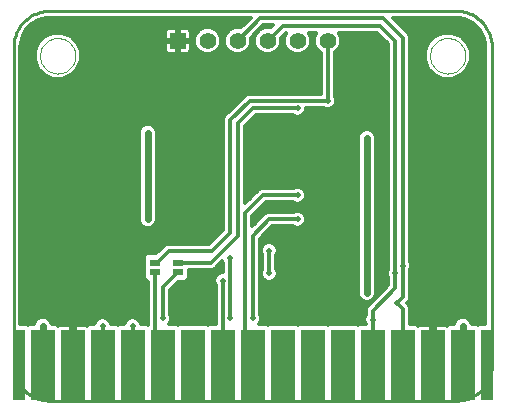
<source format=gbl>
G75*
G70*
%OFA0B0*%
%FSLAX24Y24*%
%IPPOS*%
%LPD*%
%AMOC8*
5,1,8,0,0,1.08239X$1,22.5*
%
%ADD10C,0.0100*%
%ADD11R,0.0787X0.2362*%
%ADD12R,0.0394X0.2362*%
%ADD13C,0.0000*%
%ADD14R,0.0550X0.0550*%
%ADD15C,0.0550*%
%ADD16R,0.0350X0.0240*%
%ADD17C,0.0120*%
%ADD18C,0.0200*%
%ADD19C,0.0240*%
D10*
X001547Y001364D02*
X001547Y011956D01*
X001549Y012023D01*
X001555Y012090D01*
X001564Y012157D01*
X001577Y012223D01*
X001594Y012288D01*
X001614Y012352D01*
X001638Y012415D01*
X001666Y012477D01*
X001697Y012536D01*
X001731Y012594D01*
X001768Y012650D01*
X001809Y012704D01*
X001852Y012756D01*
X001898Y012805D01*
X001947Y012851D01*
X001999Y012894D01*
X002053Y012935D01*
X002109Y012972D01*
X002167Y013006D01*
X002226Y013037D01*
X002288Y013065D01*
X002351Y013089D01*
X002415Y013109D01*
X002480Y013126D01*
X002546Y013139D01*
X002613Y013148D01*
X002680Y013154D01*
X002747Y013156D01*
X016292Y013156D01*
X016359Y013154D01*
X016426Y013148D01*
X016493Y013139D01*
X016559Y013126D01*
X016624Y013109D01*
X016688Y013089D01*
X016751Y013065D01*
X016813Y013037D01*
X016872Y013006D01*
X016930Y012972D01*
X016986Y012935D01*
X017040Y012894D01*
X017092Y012851D01*
X017141Y012805D01*
X017187Y012756D01*
X017230Y012704D01*
X017271Y012650D01*
X017308Y012594D01*
X017342Y012536D01*
X017373Y012477D01*
X017401Y012415D01*
X017425Y012352D01*
X017445Y012288D01*
X017462Y012223D01*
X017475Y012157D01*
X017484Y012090D01*
X017490Y012023D01*
X017492Y011956D01*
X017492Y001364D01*
X017490Y001297D01*
X017484Y001230D01*
X017475Y001163D01*
X017462Y001097D01*
X017445Y001032D01*
X017425Y000968D01*
X017401Y000905D01*
X017373Y000843D01*
X017342Y000784D01*
X017308Y000726D01*
X017271Y000670D01*
X017230Y000616D01*
X017187Y000564D01*
X017141Y000515D01*
X017092Y000469D01*
X017040Y000426D01*
X016986Y000385D01*
X016930Y000348D01*
X016872Y000314D01*
X016813Y000283D01*
X016751Y000255D01*
X016688Y000231D01*
X016624Y000211D01*
X016559Y000194D01*
X016493Y000181D01*
X016426Y000172D01*
X016359Y000166D01*
X016292Y000164D01*
X002747Y000164D01*
X002680Y000166D01*
X002613Y000172D01*
X002546Y000181D01*
X002480Y000194D01*
X002415Y000211D01*
X002351Y000231D01*
X002288Y000255D01*
X002226Y000283D01*
X002167Y000314D01*
X002109Y000348D01*
X002053Y000385D01*
X001999Y000426D01*
X001947Y000469D01*
X001898Y000515D01*
X001852Y000564D01*
X001809Y000616D01*
X001768Y000670D01*
X001731Y000726D01*
X001697Y000784D01*
X001666Y000843D01*
X001638Y000905D01*
X001614Y000968D01*
X001594Y001032D01*
X001577Y001097D01*
X001564Y001163D01*
X001555Y001230D01*
X001549Y001297D01*
X001547Y001364D01*
D11*
X002519Y001348D03*
X003519Y001348D03*
X004519Y001348D03*
X005519Y001348D03*
X006519Y001348D03*
X007519Y001348D03*
X008519Y001348D03*
X009519Y001348D03*
X010519Y001348D03*
X011519Y001348D03*
X012519Y001348D03*
X013519Y001348D03*
X014519Y001348D03*
X015519Y001348D03*
X016519Y001348D03*
D12*
X017314Y001348D03*
X001724Y001348D03*
D13*
X002428Y011660D02*
X002430Y011708D01*
X002436Y011756D01*
X002446Y011803D01*
X002459Y011849D01*
X002477Y011894D01*
X002497Y011938D01*
X002522Y011980D01*
X002550Y012019D01*
X002580Y012056D01*
X002614Y012090D01*
X002651Y012122D01*
X002689Y012151D01*
X002730Y012176D01*
X002773Y012198D01*
X002818Y012216D01*
X002864Y012230D01*
X002911Y012241D01*
X002959Y012248D01*
X003007Y012251D01*
X003055Y012250D01*
X003103Y012245D01*
X003151Y012236D01*
X003197Y012224D01*
X003242Y012207D01*
X003286Y012187D01*
X003328Y012164D01*
X003368Y012137D01*
X003406Y012107D01*
X003441Y012074D01*
X003473Y012038D01*
X003503Y012000D01*
X003529Y011959D01*
X003551Y011916D01*
X003571Y011872D01*
X003586Y011827D01*
X003598Y011780D01*
X003606Y011732D01*
X003610Y011684D01*
X003610Y011636D01*
X003606Y011588D01*
X003598Y011540D01*
X003586Y011493D01*
X003571Y011448D01*
X003551Y011404D01*
X003529Y011361D01*
X003503Y011320D01*
X003473Y011282D01*
X003441Y011246D01*
X003406Y011213D01*
X003368Y011183D01*
X003328Y011156D01*
X003286Y011133D01*
X003242Y011113D01*
X003197Y011096D01*
X003151Y011084D01*
X003103Y011075D01*
X003055Y011070D01*
X003007Y011069D01*
X002959Y011072D01*
X002911Y011079D01*
X002864Y011090D01*
X002818Y011104D01*
X002773Y011122D01*
X002730Y011144D01*
X002689Y011169D01*
X002651Y011198D01*
X002614Y011230D01*
X002580Y011264D01*
X002550Y011301D01*
X002522Y011340D01*
X002497Y011382D01*
X002477Y011426D01*
X002459Y011471D01*
X002446Y011517D01*
X002436Y011564D01*
X002430Y011612D01*
X002428Y011660D01*
X015428Y011660D02*
X015430Y011708D01*
X015436Y011756D01*
X015446Y011803D01*
X015459Y011849D01*
X015477Y011894D01*
X015497Y011938D01*
X015522Y011980D01*
X015550Y012019D01*
X015580Y012056D01*
X015614Y012090D01*
X015651Y012122D01*
X015689Y012151D01*
X015730Y012176D01*
X015773Y012198D01*
X015818Y012216D01*
X015864Y012230D01*
X015911Y012241D01*
X015959Y012248D01*
X016007Y012251D01*
X016055Y012250D01*
X016103Y012245D01*
X016151Y012236D01*
X016197Y012224D01*
X016242Y012207D01*
X016286Y012187D01*
X016328Y012164D01*
X016368Y012137D01*
X016406Y012107D01*
X016441Y012074D01*
X016473Y012038D01*
X016503Y012000D01*
X016529Y011959D01*
X016551Y011916D01*
X016571Y011872D01*
X016586Y011827D01*
X016598Y011780D01*
X016606Y011732D01*
X016610Y011684D01*
X016610Y011636D01*
X016606Y011588D01*
X016598Y011540D01*
X016586Y011493D01*
X016571Y011448D01*
X016551Y011404D01*
X016529Y011361D01*
X016503Y011320D01*
X016473Y011282D01*
X016441Y011246D01*
X016406Y011213D01*
X016368Y011183D01*
X016328Y011156D01*
X016286Y011133D01*
X016242Y011113D01*
X016197Y011096D01*
X016151Y011084D01*
X016103Y011075D01*
X016055Y011070D01*
X016007Y011069D01*
X015959Y011072D01*
X015911Y011079D01*
X015864Y011090D01*
X015818Y011104D01*
X015773Y011122D01*
X015730Y011144D01*
X015689Y011169D01*
X015651Y011198D01*
X015614Y011230D01*
X015580Y011264D01*
X015550Y011301D01*
X015522Y011340D01*
X015497Y011382D01*
X015477Y011426D01*
X015459Y011471D01*
X015446Y011517D01*
X015436Y011564D01*
X015430Y011612D01*
X015428Y011660D01*
D14*
X007019Y012160D03*
D15*
X008019Y012160D03*
X009019Y012160D03*
X010019Y012160D03*
X011019Y012160D03*
X012019Y012160D03*
D16*
X007019Y004760D03*
X007019Y004460D03*
X006269Y004460D03*
X006269Y004760D03*
D17*
X006319Y004760D01*
X006719Y005160D01*
X008169Y005160D01*
X008769Y005760D01*
X008769Y009510D01*
X009419Y010160D01*
X012019Y010160D01*
X012019Y012160D01*
X011596Y011993D02*
X011442Y011993D01*
X011474Y012069D02*
X011474Y012251D01*
X011405Y012418D01*
X011403Y012420D01*
X011636Y012420D01*
X011633Y012418D01*
X011564Y012251D01*
X011564Y012069D01*
X011633Y011902D01*
X011761Y011774D01*
X011779Y011767D01*
X011779Y010400D01*
X009371Y010400D01*
X009283Y010363D01*
X009216Y010296D01*
X008566Y009646D01*
X008529Y009558D01*
X008529Y005859D01*
X008070Y005400D01*
X006671Y005400D01*
X006583Y005363D01*
X006516Y005296D01*
X006310Y005090D01*
X005995Y005090D01*
X005889Y004985D01*
X005889Y004235D01*
X005995Y004130D01*
X006029Y004130D01*
X006029Y002688D01*
X006019Y002678D01*
X005987Y002709D01*
X005799Y002709D01*
X005799Y002716D01*
X005757Y002819D01*
X005678Y002897D01*
X005575Y002940D01*
X005463Y002940D01*
X005361Y002897D01*
X005282Y002819D01*
X005239Y002716D01*
X005239Y002709D01*
X005051Y002709D01*
X005019Y002678D01*
X004987Y002709D01*
X004799Y002709D01*
X004799Y002716D01*
X004757Y002819D01*
X004678Y002897D01*
X004575Y002940D01*
X004463Y002940D01*
X004361Y002897D01*
X004282Y002819D01*
X004239Y002716D01*
X004239Y002709D01*
X004051Y002709D01*
X004003Y002662D01*
X003975Y002678D01*
X003934Y002689D01*
X003579Y002689D01*
X003579Y001408D01*
X003459Y001408D01*
X003459Y002689D01*
X003104Y002689D01*
X003064Y002678D01*
X003035Y002662D01*
X002987Y002709D01*
X002819Y002709D01*
X002819Y002720D01*
X002773Y002830D01*
X002689Y002914D01*
X002579Y002960D01*
X002459Y002960D01*
X002349Y002914D01*
X002265Y002830D01*
X002219Y002720D01*
X002219Y002709D01*
X002051Y002709D01*
X002023Y002681D01*
X001995Y002709D01*
X001777Y002709D01*
X001777Y011956D01*
X001785Y012083D01*
X001851Y012327D01*
X001977Y012547D01*
X002156Y012726D01*
X002376Y012852D01*
X002620Y012918D01*
X002747Y012926D01*
X009446Y012926D01*
X009127Y012608D01*
X009110Y012615D01*
X008929Y012615D01*
X008761Y012546D01*
X008633Y012418D01*
X008564Y012251D01*
X008564Y012069D01*
X008633Y011902D01*
X008761Y011774D01*
X008929Y011705D01*
X009110Y011705D01*
X009277Y011774D01*
X009405Y011902D01*
X009474Y012069D01*
X009474Y012251D01*
X009467Y012268D01*
X009869Y012670D01*
X010190Y012670D01*
X010127Y012608D01*
X010110Y012615D01*
X009929Y012615D01*
X009761Y012546D01*
X009633Y012418D01*
X009564Y012251D01*
X009564Y012069D01*
X009633Y011902D01*
X009761Y011774D01*
X009929Y011705D01*
X010110Y011705D01*
X010277Y011774D01*
X010405Y011902D01*
X010474Y012069D01*
X010474Y012251D01*
X010467Y012268D01*
X010619Y012420D01*
X010636Y012420D01*
X010633Y012418D01*
X010564Y012251D01*
X010564Y012069D01*
X010633Y011902D01*
X010761Y011774D01*
X010929Y011705D01*
X011110Y011705D01*
X011277Y011774D01*
X011405Y011902D01*
X011474Y012069D01*
X011474Y012111D02*
X011564Y012111D01*
X011564Y012230D02*
X011474Y012230D01*
X011434Y012348D02*
X011605Y012348D01*
X011662Y011874D02*
X011377Y011874D01*
X011232Y011756D02*
X011779Y011756D01*
X011779Y011637D02*
X003790Y011637D01*
X003790Y011519D02*
X011779Y011519D01*
X011779Y011400D02*
X003745Y011400D01*
X003790Y011507D02*
X003672Y011224D01*
X003456Y011007D01*
X003172Y010889D01*
X002866Y010889D01*
X002583Y011007D01*
X002366Y011224D01*
X002249Y011507D01*
X002249Y011813D01*
X002366Y012096D01*
X002583Y012313D01*
X002866Y012431D01*
X003172Y012431D01*
X003456Y012313D01*
X003672Y012096D01*
X003790Y011813D01*
X003790Y011507D01*
X003696Y011282D02*
X011779Y011282D01*
X011779Y011163D02*
X003612Y011163D01*
X003493Y011045D02*
X011779Y011045D01*
X011779Y010926D02*
X003261Y010926D01*
X002778Y010926D02*
X001777Y010926D01*
X001777Y010808D02*
X011779Y010808D01*
X011779Y010689D02*
X001777Y010689D01*
X001777Y010571D02*
X011779Y010571D01*
X011779Y010452D02*
X001777Y010452D01*
X001777Y010334D02*
X009253Y010334D01*
X009135Y010215D02*
X001777Y010215D01*
X001777Y010097D02*
X009016Y010097D01*
X008898Y009978D02*
X001777Y009978D01*
X001777Y009860D02*
X008779Y009860D01*
X008661Y009741D02*
X001777Y009741D01*
X001777Y009623D02*
X008556Y009623D01*
X008529Y009504D02*
X001777Y009504D01*
X001777Y009386D02*
X008529Y009386D01*
X008529Y009267D02*
X006261Y009267D01*
X006273Y009255D02*
X006189Y009339D01*
X006079Y009385D01*
X005959Y009385D01*
X005849Y009339D01*
X005765Y009255D01*
X005719Y009145D01*
X005719Y006150D01*
X005765Y006040D01*
X005849Y005956D01*
X005959Y005910D01*
X006079Y005910D01*
X006189Y005956D01*
X006273Y006040D01*
X006319Y006150D01*
X006319Y009145D01*
X006273Y009255D01*
X006318Y009149D02*
X008529Y009149D01*
X008529Y009030D02*
X006319Y009030D01*
X006319Y008912D02*
X008529Y008912D01*
X008529Y008793D02*
X006319Y008793D01*
X006319Y008675D02*
X008529Y008675D01*
X008529Y008556D02*
X006319Y008556D01*
X006319Y008438D02*
X008529Y008438D01*
X008529Y008319D02*
X006319Y008319D01*
X006319Y008201D02*
X008529Y008201D01*
X008529Y008082D02*
X006319Y008082D01*
X006319Y007964D02*
X008529Y007964D01*
X008529Y007845D02*
X006319Y007845D01*
X006319Y007727D02*
X008529Y007727D01*
X008529Y007608D02*
X006319Y007608D01*
X006319Y007490D02*
X008529Y007490D01*
X008529Y007371D02*
X006319Y007371D01*
X006319Y007253D02*
X008529Y007253D01*
X008529Y007134D02*
X006319Y007134D01*
X006319Y007016D02*
X008529Y007016D01*
X008529Y006897D02*
X006319Y006897D01*
X006319Y006779D02*
X008529Y006779D01*
X008529Y006660D02*
X006319Y006660D01*
X006319Y006541D02*
X008529Y006541D01*
X008529Y006423D02*
X006319Y006423D01*
X006319Y006304D02*
X008529Y006304D01*
X008529Y006186D02*
X006319Y006186D01*
X006285Y006067D02*
X008529Y006067D01*
X008529Y005949D02*
X006173Y005949D01*
X005865Y005949D02*
X001777Y005949D01*
X001777Y006067D02*
X005753Y006067D01*
X005719Y006186D02*
X001777Y006186D01*
X001777Y006304D02*
X005719Y006304D01*
X005719Y006423D02*
X001777Y006423D01*
X001777Y006541D02*
X005719Y006541D01*
X005719Y006660D02*
X001777Y006660D01*
X001777Y006779D02*
X005719Y006779D01*
X005719Y006897D02*
X001777Y006897D01*
X001777Y007016D02*
X005719Y007016D01*
X005719Y007134D02*
X001777Y007134D01*
X001777Y007253D02*
X005719Y007253D01*
X005719Y007371D02*
X001777Y007371D01*
X001777Y007490D02*
X005719Y007490D01*
X005719Y007608D02*
X001777Y007608D01*
X001777Y007727D02*
X005719Y007727D01*
X005719Y007845D02*
X001777Y007845D01*
X001777Y007964D02*
X005719Y007964D01*
X005719Y008082D02*
X001777Y008082D01*
X001777Y008201D02*
X005719Y008201D01*
X005719Y008319D02*
X001777Y008319D01*
X001777Y008438D02*
X005719Y008438D01*
X005719Y008556D02*
X001777Y008556D01*
X001777Y008675D02*
X005719Y008675D01*
X005719Y008793D02*
X001777Y008793D01*
X001777Y008912D02*
X005719Y008912D01*
X005719Y009030D02*
X001777Y009030D01*
X001777Y009149D02*
X005721Y009149D01*
X005777Y009267D02*
X001777Y009267D01*
X001777Y011045D02*
X002545Y011045D01*
X002426Y011163D02*
X001777Y011163D01*
X001777Y011282D02*
X002342Y011282D01*
X002293Y011400D02*
X001777Y011400D01*
X001777Y011519D02*
X002249Y011519D01*
X002249Y011637D02*
X001777Y011637D01*
X001777Y011756D02*
X002249Y011756D01*
X002274Y011874D02*
X001777Y011874D01*
X001779Y011993D02*
X002323Y011993D01*
X002380Y012111D02*
X001793Y012111D01*
X001824Y012230D02*
X002499Y012230D01*
X002667Y012348D02*
X001863Y012348D01*
X001931Y012467D02*
X006587Y012467D01*
X006584Y012456D02*
X006584Y012188D01*
X006992Y012188D01*
X006992Y012595D01*
X006723Y012595D01*
X006682Y012584D01*
X006646Y012563D01*
X006616Y012533D01*
X006595Y012497D01*
X006584Y012456D01*
X006584Y012348D02*
X003372Y012348D01*
X003539Y012230D02*
X006584Y012230D01*
X006584Y012132D02*
X006584Y011864D01*
X006595Y011823D01*
X006616Y011787D01*
X006646Y011757D01*
X006682Y011736D01*
X006723Y011725D01*
X006992Y011725D01*
X006992Y012132D01*
X007047Y012132D01*
X007047Y011725D01*
X007315Y011725D01*
X007356Y011736D01*
X007392Y011757D01*
X007422Y011787D01*
X007443Y011823D01*
X007454Y011864D01*
X007454Y012132D01*
X007047Y012132D01*
X007047Y012188D01*
X006992Y012188D01*
X006992Y012132D01*
X006584Y012132D01*
X006584Y012111D02*
X003658Y012111D01*
X003715Y011993D02*
X006584Y011993D01*
X006584Y011874D02*
X003765Y011874D01*
X003790Y011756D02*
X006648Y011756D01*
X006992Y011756D02*
X007047Y011756D01*
X007047Y011874D02*
X006992Y011874D01*
X006992Y011993D02*
X007047Y011993D01*
X007047Y012111D02*
X006992Y012111D01*
X007047Y012188D02*
X007454Y012188D01*
X007454Y012456D01*
X007443Y012497D01*
X007422Y012533D01*
X007392Y012563D01*
X007356Y012584D01*
X007315Y012595D01*
X007047Y012595D01*
X007047Y012188D01*
X007047Y012230D02*
X006992Y012230D01*
X006992Y012348D02*
X007047Y012348D01*
X007047Y012467D02*
X006992Y012467D01*
X006992Y012585D02*
X007047Y012585D01*
X007352Y012585D02*
X007856Y012585D01*
X007929Y012615D02*
X007761Y012546D01*
X007633Y012418D01*
X007564Y012251D01*
X007564Y012069D01*
X007633Y011902D01*
X007761Y011774D01*
X007929Y011705D01*
X008110Y011705D01*
X008277Y011774D01*
X008405Y011902D01*
X008474Y012069D01*
X008474Y012251D01*
X008405Y012418D01*
X008277Y012546D01*
X008110Y012615D01*
X007929Y012615D01*
X008182Y012585D02*
X008856Y012585D01*
X008682Y012467D02*
X008356Y012467D01*
X008434Y012348D02*
X008605Y012348D01*
X008564Y012230D02*
X008474Y012230D01*
X008474Y012111D02*
X008564Y012111D01*
X008596Y011993D02*
X008442Y011993D01*
X008377Y011874D02*
X008662Y011874D01*
X008807Y011756D02*
X008232Y011756D01*
X007807Y011756D02*
X007390Y011756D01*
X007454Y011874D02*
X007662Y011874D01*
X007596Y011993D02*
X007454Y011993D01*
X007454Y012111D02*
X007564Y012111D01*
X007564Y012230D02*
X007454Y012230D01*
X007454Y012348D02*
X007605Y012348D01*
X007682Y012467D02*
X007451Y012467D01*
X006686Y012585D02*
X002016Y012585D01*
X002134Y012704D02*
X009223Y012704D01*
X009342Y012822D02*
X002323Y012822D01*
X009019Y012160D02*
X009769Y012910D01*
X013869Y012910D01*
X014519Y012260D01*
X014519Y004660D01*
X014519Y003610D01*
X014319Y003410D01*
X014519Y003210D01*
X014519Y001348D01*
X015459Y001408D02*
X015459Y002689D01*
X015104Y002689D01*
X015064Y002678D01*
X015035Y002662D01*
X014987Y002709D01*
X014759Y002709D01*
X014759Y003258D01*
X014723Y003346D01*
X014659Y003410D01*
X014723Y003474D01*
X014759Y003562D01*
X014759Y004508D01*
X014799Y004604D01*
X014799Y004716D01*
X014759Y004812D01*
X014759Y012212D01*
X014759Y012308D01*
X014723Y012396D01*
X014192Y012926D01*
X016292Y012926D01*
X016418Y012918D01*
X016663Y012852D01*
X016882Y012726D01*
X017061Y012547D01*
X017188Y012327D01*
X017253Y012083D01*
X017262Y011956D01*
X017262Y002709D01*
X017043Y002709D01*
X017015Y002681D01*
X016987Y002709D01*
X016819Y002709D01*
X016819Y002720D01*
X016773Y002830D01*
X016689Y002914D01*
X016579Y002960D01*
X016459Y002960D01*
X016349Y002914D01*
X016265Y002830D01*
X016219Y002720D01*
X016219Y002709D01*
X016051Y002709D01*
X016003Y002662D01*
X015975Y002678D01*
X015934Y002689D01*
X015579Y002689D01*
X015579Y001408D01*
X015459Y001408D01*
X015459Y001446D02*
X015579Y001446D01*
X015579Y001564D02*
X015459Y001564D01*
X015459Y001683D02*
X015579Y001683D01*
X015579Y001801D02*
X015459Y001801D01*
X015459Y001920D02*
X015579Y001920D01*
X015579Y002038D02*
X015459Y002038D01*
X015459Y002157D02*
X015579Y002157D01*
X015579Y002275D02*
X015459Y002275D01*
X015459Y002394D02*
X015579Y002394D01*
X015579Y002512D02*
X015459Y002512D01*
X015459Y002631D02*
X015579Y002631D01*
X016231Y002749D02*
X014759Y002749D01*
X014759Y002868D02*
X016303Y002868D01*
X016735Y002868D02*
X017262Y002868D01*
X017262Y002986D02*
X014759Y002986D01*
X014759Y003105D02*
X017262Y003105D01*
X017262Y003223D02*
X014759Y003223D01*
X014724Y003342D02*
X017262Y003342D01*
X017262Y003460D02*
X014709Y003460D01*
X014759Y003579D02*
X017262Y003579D01*
X017262Y003697D02*
X014759Y003697D01*
X014759Y003816D02*
X017262Y003816D01*
X017262Y003934D02*
X014759Y003934D01*
X014759Y004053D02*
X017262Y004053D01*
X017262Y004171D02*
X014759Y004171D01*
X014759Y004290D02*
X017262Y004290D01*
X017262Y004408D02*
X014759Y004408D01*
X014767Y004527D02*
X017262Y004527D01*
X017262Y004645D02*
X014799Y004645D01*
X014779Y004764D02*
X017262Y004764D01*
X017262Y004882D02*
X014759Y004882D01*
X014759Y005001D02*
X017262Y005001D01*
X017262Y005119D02*
X014759Y005119D01*
X014759Y005238D02*
X017262Y005238D01*
X017262Y005356D02*
X014759Y005356D01*
X014759Y005475D02*
X017262Y005475D01*
X017262Y005593D02*
X014759Y005593D01*
X014759Y005712D02*
X017262Y005712D01*
X017262Y005830D02*
X014759Y005830D01*
X014759Y005949D02*
X017262Y005949D01*
X017262Y006067D02*
X014759Y006067D01*
X014759Y006186D02*
X017262Y006186D01*
X017262Y006304D02*
X014759Y006304D01*
X014759Y006423D02*
X017262Y006423D01*
X017262Y006541D02*
X014759Y006541D01*
X014759Y006660D02*
X017262Y006660D01*
X017262Y006779D02*
X014759Y006779D01*
X014759Y006897D02*
X017262Y006897D01*
X017262Y007016D02*
X014759Y007016D01*
X014759Y007134D02*
X017262Y007134D01*
X017262Y007253D02*
X014759Y007253D01*
X014759Y007371D02*
X017262Y007371D01*
X017262Y007490D02*
X014759Y007490D01*
X014759Y007608D02*
X017262Y007608D01*
X017262Y007727D02*
X014759Y007727D01*
X014759Y007845D02*
X017262Y007845D01*
X017262Y007964D02*
X014759Y007964D01*
X014759Y008082D02*
X017262Y008082D01*
X017262Y008201D02*
X014759Y008201D01*
X014759Y008319D02*
X017262Y008319D01*
X017262Y008438D02*
X014759Y008438D01*
X014759Y008556D02*
X017262Y008556D01*
X017262Y008675D02*
X014759Y008675D01*
X014759Y008793D02*
X017262Y008793D01*
X017262Y008912D02*
X014759Y008912D01*
X014759Y009030D02*
X017262Y009030D01*
X017262Y009149D02*
X014759Y009149D01*
X014759Y009267D02*
X017262Y009267D01*
X017262Y009386D02*
X014759Y009386D01*
X014759Y009504D02*
X017262Y009504D01*
X017262Y009623D02*
X014759Y009623D01*
X014759Y009741D02*
X017262Y009741D01*
X017262Y009860D02*
X014759Y009860D01*
X014759Y009978D02*
X017262Y009978D01*
X017262Y010097D02*
X014759Y010097D01*
X014759Y010215D02*
X017262Y010215D01*
X017262Y010334D02*
X014759Y010334D01*
X014759Y010452D02*
X017262Y010452D01*
X017262Y010571D02*
X014759Y010571D01*
X014759Y010689D02*
X017262Y010689D01*
X017262Y010808D02*
X014759Y010808D01*
X014759Y010926D02*
X015778Y010926D01*
X015866Y010889D02*
X016172Y010889D01*
X016456Y011007D01*
X016672Y011224D01*
X016790Y011507D01*
X016790Y011813D01*
X016672Y012096D01*
X016456Y012313D01*
X016172Y012431D01*
X015866Y012431D01*
X015583Y012313D01*
X015366Y012096D01*
X015249Y011813D01*
X015249Y011507D01*
X015366Y011224D01*
X015583Y011007D01*
X015866Y010889D01*
X015545Y011045D02*
X014759Y011045D01*
X014759Y011163D02*
X015426Y011163D01*
X015342Y011282D02*
X014759Y011282D01*
X014759Y011400D02*
X015293Y011400D01*
X015249Y011519D02*
X014759Y011519D01*
X014759Y011637D02*
X015249Y011637D01*
X015249Y011756D02*
X014759Y011756D01*
X014759Y011874D02*
X015274Y011874D01*
X015323Y011993D02*
X014759Y011993D01*
X014759Y012111D02*
X015380Y012111D01*
X015499Y012230D02*
X014759Y012230D01*
X014742Y012348D02*
X015667Y012348D01*
X016372Y012348D02*
X017176Y012348D01*
X017214Y012230D02*
X016539Y012230D01*
X016658Y012111D02*
X017246Y012111D01*
X017259Y011993D02*
X016715Y011993D01*
X016765Y011874D02*
X017262Y011874D01*
X017262Y011756D02*
X016790Y011756D01*
X016790Y011637D02*
X017262Y011637D01*
X017262Y011519D02*
X016790Y011519D01*
X016745Y011400D02*
X017262Y011400D01*
X017262Y011282D02*
X016696Y011282D01*
X016612Y011163D02*
X017262Y011163D01*
X017262Y011045D02*
X016493Y011045D01*
X016261Y010926D02*
X017262Y010926D01*
X017107Y012467D02*
X014652Y012467D01*
X014534Y012585D02*
X017023Y012585D01*
X016904Y012704D02*
X014415Y012704D01*
X014297Y012822D02*
X016715Y012822D01*
X014269Y012160D02*
X013769Y012660D01*
X010519Y012660D01*
X010019Y012160D01*
X010442Y011993D02*
X010596Y011993D01*
X010564Y012111D02*
X010474Y012111D01*
X010474Y012230D02*
X010564Y012230D01*
X010547Y012348D02*
X010605Y012348D01*
X010662Y011874D02*
X010377Y011874D01*
X010232Y011756D02*
X010807Y011756D01*
X009807Y011756D02*
X009232Y011756D01*
X009377Y011874D02*
X009662Y011874D01*
X009596Y011993D02*
X009442Y011993D01*
X009474Y012111D02*
X009564Y012111D01*
X009564Y012230D02*
X009474Y012230D01*
X009547Y012348D02*
X009605Y012348D01*
X009665Y012467D02*
X009682Y012467D01*
X009784Y012585D02*
X009856Y012585D01*
X012259Y011767D02*
X012277Y011774D01*
X012405Y011902D01*
X012474Y012069D01*
X012474Y012251D01*
X012405Y012418D01*
X012403Y012420D01*
X013670Y012420D01*
X014029Y012061D01*
X014029Y004562D01*
X013989Y004466D01*
X013989Y004354D01*
X014029Y004258D01*
X014029Y004009D01*
X013383Y003363D01*
X013316Y003296D01*
X013279Y003208D01*
X013279Y003012D01*
X013239Y002916D01*
X013239Y002804D01*
X013279Y002709D01*
X013051Y002709D01*
X013019Y002678D01*
X012987Y002709D01*
X012051Y002709D01*
X012019Y002678D01*
X011987Y002709D01*
X011051Y002709D01*
X011019Y002678D01*
X010987Y002709D01*
X010051Y002709D01*
X010019Y002678D01*
X009987Y002709D01*
X009714Y002709D01*
X009757Y002751D01*
X009799Y002854D01*
X009799Y002966D01*
X009759Y003062D01*
X009759Y005561D01*
X010169Y005970D01*
X010867Y005970D01*
X010963Y005930D01*
X011075Y005930D01*
X011178Y005973D01*
X011257Y006051D01*
X011299Y006154D01*
X011299Y006266D01*
X011257Y006369D01*
X011178Y006447D01*
X011075Y006490D01*
X010963Y006490D01*
X010867Y006450D01*
X010021Y006450D01*
X009933Y006413D01*
X009509Y005989D01*
X009509Y006311D01*
X009969Y006770D01*
X010867Y006770D01*
X010963Y006730D01*
X011075Y006730D01*
X011178Y006773D01*
X011257Y006851D01*
X011299Y006954D01*
X011299Y007066D01*
X011257Y007169D01*
X011178Y007247D01*
X011075Y007290D01*
X010963Y007290D01*
X010867Y007250D01*
X009821Y007250D01*
X009733Y007213D01*
X009259Y006739D01*
X009259Y009311D01*
X009619Y009670D01*
X010867Y009670D01*
X010963Y009630D01*
X011075Y009630D01*
X011178Y009673D01*
X011257Y009751D01*
X011299Y009854D01*
X011299Y009920D01*
X011867Y009920D01*
X011963Y009880D01*
X012075Y009880D01*
X012178Y009923D01*
X012257Y010001D01*
X012299Y010104D01*
X012299Y010216D01*
X012259Y010312D01*
X012259Y011767D01*
X012259Y011756D02*
X014029Y011756D01*
X014029Y011874D02*
X012377Y011874D01*
X012442Y011993D02*
X014029Y011993D01*
X013979Y012111D02*
X012474Y012111D01*
X012474Y012230D02*
X013860Y012230D01*
X013742Y012348D02*
X012434Y012348D01*
X012259Y011637D02*
X014029Y011637D01*
X014029Y011519D02*
X012259Y011519D01*
X012259Y011400D02*
X014029Y011400D01*
X014029Y011282D02*
X012259Y011282D01*
X012259Y011163D02*
X014029Y011163D01*
X014029Y011045D02*
X012259Y011045D01*
X012259Y010926D02*
X014029Y010926D01*
X014029Y010808D02*
X012259Y010808D01*
X012259Y010689D02*
X014029Y010689D01*
X014029Y010571D02*
X012259Y010571D01*
X012259Y010452D02*
X014029Y010452D01*
X014029Y010334D02*
X012259Y010334D01*
X012299Y010215D02*
X014029Y010215D01*
X014029Y010097D02*
X012296Y010097D01*
X012233Y009978D02*
X014029Y009978D01*
X014029Y009860D02*
X011299Y009860D01*
X011246Y009741D02*
X014029Y009741D01*
X014029Y009623D02*
X009571Y009623D01*
X009453Y009504D02*
X014029Y009504D01*
X014029Y009386D02*
X009334Y009386D01*
X009259Y009267D02*
X014029Y009267D01*
X014029Y009149D02*
X013505Y009149D01*
X013489Y009164D02*
X013379Y009210D01*
X013259Y009210D01*
X013149Y009164D01*
X013065Y009080D01*
X013019Y008970D01*
X013019Y003700D01*
X013065Y003590D01*
X013149Y003506D01*
X013259Y003460D01*
X013379Y003460D01*
X013489Y003506D01*
X013573Y003590D01*
X013619Y003700D01*
X013619Y008970D01*
X013573Y009080D01*
X013489Y009164D01*
X013594Y009030D02*
X014029Y009030D01*
X014029Y008912D02*
X013619Y008912D01*
X013619Y008793D02*
X014029Y008793D01*
X014029Y008675D02*
X013619Y008675D01*
X013619Y008556D02*
X014029Y008556D01*
X014029Y008438D02*
X013619Y008438D01*
X013619Y008319D02*
X014029Y008319D01*
X014029Y008201D02*
X013619Y008201D01*
X013619Y008082D02*
X014029Y008082D01*
X014029Y007964D02*
X013619Y007964D01*
X013619Y007845D02*
X014029Y007845D01*
X014029Y007727D02*
X013619Y007727D01*
X013619Y007608D02*
X014029Y007608D01*
X014029Y007490D02*
X013619Y007490D01*
X013619Y007371D02*
X014029Y007371D01*
X014029Y007253D02*
X013619Y007253D01*
X013619Y007134D02*
X014029Y007134D01*
X014029Y007016D02*
X013619Y007016D01*
X013619Y006897D02*
X014029Y006897D01*
X014029Y006779D02*
X013619Y006779D01*
X013619Y006660D02*
X014029Y006660D01*
X014029Y006541D02*
X013619Y006541D01*
X013619Y006423D02*
X014029Y006423D01*
X014029Y006304D02*
X013619Y006304D01*
X013619Y006186D02*
X014029Y006186D01*
X014029Y006067D02*
X013619Y006067D01*
X013619Y005949D02*
X014029Y005949D01*
X014029Y005830D02*
X013619Y005830D01*
X013619Y005712D02*
X014029Y005712D01*
X014029Y005593D02*
X013619Y005593D01*
X013619Y005475D02*
X014029Y005475D01*
X014029Y005356D02*
X013619Y005356D01*
X013619Y005238D02*
X014029Y005238D01*
X014029Y005119D02*
X013619Y005119D01*
X013619Y005001D02*
X014029Y005001D01*
X014029Y004882D02*
X013619Y004882D01*
X013619Y004764D02*
X014029Y004764D01*
X014029Y004645D02*
X013619Y004645D01*
X013619Y004527D02*
X014015Y004527D01*
X013989Y004408D02*
X013619Y004408D01*
X013619Y004290D02*
X014016Y004290D01*
X014029Y004171D02*
X013619Y004171D01*
X013619Y004053D02*
X014029Y004053D01*
X013954Y003934D02*
X013619Y003934D01*
X013619Y003816D02*
X013836Y003816D01*
X013717Y003697D02*
X013618Y003697D01*
X013599Y003579D02*
X013562Y003579D01*
X013480Y003460D02*
X013380Y003460D01*
X013362Y003342D02*
X009759Y003342D01*
X009759Y003460D02*
X013258Y003460D01*
X013076Y003579D02*
X009759Y003579D01*
X009759Y003697D02*
X013020Y003697D01*
X013019Y003816D02*
X009759Y003816D01*
X009759Y003934D02*
X013019Y003934D01*
X013019Y004053D02*
X009759Y004053D01*
X009759Y004171D02*
X009913Y004171D01*
X009911Y004173D02*
X010013Y004130D01*
X010125Y004130D01*
X010228Y004173D01*
X010307Y004251D01*
X010349Y004354D01*
X010349Y004466D01*
X010309Y004562D01*
X010309Y005008D01*
X010349Y005104D01*
X010349Y005216D01*
X010307Y005319D01*
X010228Y005397D01*
X010125Y005440D01*
X010013Y005440D01*
X009911Y005397D01*
X009832Y005319D01*
X009789Y005216D01*
X009789Y005104D01*
X009829Y005008D01*
X009829Y004562D01*
X009789Y004466D01*
X009789Y004354D01*
X009832Y004251D01*
X009911Y004173D01*
X009816Y004290D02*
X009759Y004290D01*
X009759Y004408D02*
X009789Y004408D01*
X009815Y004527D02*
X009759Y004527D01*
X009759Y004645D02*
X009829Y004645D01*
X009829Y004764D02*
X009759Y004764D01*
X009759Y004882D02*
X009829Y004882D01*
X009829Y005001D02*
X009759Y005001D01*
X009759Y005119D02*
X009789Y005119D01*
X009798Y005238D02*
X009759Y005238D01*
X009759Y005356D02*
X009870Y005356D01*
X009759Y005475D02*
X013019Y005475D01*
X013019Y005593D02*
X009792Y005593D01*
X009911Y005712D02*
X013019Y005712D01*
X013019Y005830D02*
X010029Y005830D01*
X010148Y005949D02*
X010918Y005949D01*
X011121Y005949D02*
X013019Y005949D01*
X013019Y006067D02*
X011263Y006067D01*
X011299Y006186D02*
X013019Y006186D01*
X013019Y006304D02*
X011283Y006304D01*
X011202Y006423D02*
X013019Y006423D01*
X013019Y006541D02*
X009740Y006541D01*
X009622Y006423D02*
X009956Y006423D01*
X009824Y006304D02*
X009509Y006304D01*
X009509Y006186D02*
X009706Y006186D01*
X009587Y006067D02*
X009509Y006067D01*
X009269Y006410D02*
X009869Y007010D01*
X011019Y007010D01*
X010873Y007253D02*
X009259Y007253D01*
X009259Y007371D02*
X013019Y007371D01*
X013019Y007253D02*
X011165Y007253D01*
X011271Y007134D02*
X013019Y007134D01*
X013019Y007016D02*
X011299Y007016D01*
X011275Y006897D02*
X013019Y006897D01*
X013019Y006779D02*
X011184Y006779D01*
X011019Y006210D02*
X010069Y006210D01*
X009519Y005660D01*
X009519Y002910D01*
X009791Y002986D02*
X013268Y002986D01*
X013279Y003105D02*
X009759Y003105D01*
X009759Y003223D02*
X013286Y003223D01*
X013519Y003160D02*
X013519Y002860D01*
X013519Y001348D01*
X013262Y002749D02*
X009755Y002749D01*
X009799Y002868D02*
X013239Y002868D01*
X013519Y003160D02*
X014269Y003910D01*
X014269Y004410D01*
X014269Y012160D01*
X011019Y009910D02*
X009519Y009910D01*
X009019Y009410D01*
X009019Y005660D01*
X008119Y004760D01*
X007019Y004760D01*
X007399Y004520D02*
X008167Y004520D01*
X008255Y004557D01*
X008508Y004809D01*
X008529Y004758D01*
X008529Y004440D01*
X008463Y004440D01*
X008361Y004397D01*
X008282Y004319D01*
X008239Y004216D01*
X008239Y004104D01*
X008279Y004008D01*
X008279Y002709D01*
X008051Y002709D01*
X008019Y002678D01*
X007987Y002709D01*
X007051Y002709D01*
X007019Y002678D01*
X006987Y002709D01*
X006714Y002709D01*
X006757Y002751D01*
X006799Y002854D01*
X006799Y002966D01*
X006759Y003062D01*
X006759Y003861D01*
X007029Y004130D01*
X007294Y004130D01*
X007399Y004235D01*
X007399Y004520D01*
X007399Y004408D02*
X008387Y004408D01*
X008270Y004290D02*
X007399Y004290D01*
X007335Y004171D02*
X008239Y004171D01*
X008260Y004053D02*
X006952Y004053D01*
X006833Y003934D02*
X008279Y003934D01*
X008279Y003816D02*
X006759Y003816D01*
X006759Y003697D02*
X008279Y003697D01*
X008279Y003579D02*
X006759Y003579D01*
X006759Y003460D02*
X008279Y003460D01*
X008279Y003342D02*
X006759Y003342D01*
X006759Y003223D02*
X008279Y003223D01*
X008279Y003105D02*
X006759Y003105D01*
X006791Y002986D02*
X008279Y002986D01*
X008279Y002868D02*
X006799Y002868D01*
X006755Y002749D02*
X008279Y002749D01*
X008769Y002910D02*
X008769Y004910D01*
X008527Y004764D02*
X008463Y004764D01*
X008529Y004645D02*
X008344Y004645D01*
X008184Y004527D02*
X008529Y004527D01*
X008519Y004160D02*
X008519Y001348D01*
X009269Y001598D02*
X009269Y006410D01*
X009259Y006779D02*
X009298Y006779D01*
X009259Y006897D02*
X009417Y006897D01*
X009535Y007016D02*
X009259Y007016D01*
X009259Y007134D02*
X009654Y007134D01*
X009259Y007490D02*
X013019Y007490D01*
X013019Y007608D02*
X009259Y007608D01*
X009259Y007727D02*
X013019Y007727D01*
X013019Y007845D02*
X009259Y007845D01*
X009259Y007964D02*
X013019Y007964D01*
X013019Y008082D02*
X009259Y008082D01*
X009259Y008201D02*
X013019Y008201D01*
X013019Y008319D02*
X009259Y008319D01*
X009259Y008438D02*
X013019Y008438D01*
X013019Y008556D02*
X009259Y008556D01*
X009259Y008675D02*
X013019Y008675D01*
X013019Y008793D02*
X009259Y008793D01*
X009259Y008912D02*
X013019Y008912D01*
X013044Y009030D02*
X009259Y009030D01*
X009259Y009149D02*
X013133Y009149D01*
X013019Y006660D02*
X009859Y006660D01*
X008500Y005830D02*
X001777Y005830D01*
X001777Y005712D02*
X008382Y005712D01*
X008263Y005593D02*
X001777Y005593D01*
X001777Y005475D02*
X008145Y005475D01*
X007019Y004460D02*
X006519Y003960D01*
X006519Y002910D01*
X006029Y002868D02*
X005707Y002868D01*
X005785Y002749D02*
X006029Y002749D01*
X006029Y002986D02*
X001777Y002986D01*
X001777Y002868D02*
X002303Y002868D01*
X002231Y002749D02*
X001777Y002749D01*
X001777Y003105D02*
X006029Y003105D01*
X006029Y003223D02*
X001777Y003223D01*
X001777Y003342D02*
X006029Y003342D01*
X006029Y003460D02*
X001777Y003460D01*
X001777Y003579D02*
X006029Y003579D01*
X006029Y003697D02*
X001777Y003697D01*
X001777Y003816D02*
X006029Y003816D01*
X006029Y003934D02*
X001777Y003934D01*
X001777Y004053D02*
X006029Y004053D01*
X005953Y004171D02*
X001777Y004171D01*
X001777Y004290D02*
X005889Y004290D01*
X005889Y004408D02*
X001777Y004408D01*
X001777Y004527D02*
X005889Y004527D01*
X005889Y004645D02*
X001777Y004645D01*
X001777Y004764D02*
X005889Y004764D01*
X005889Y004882D02*
X001777Y004882D01*
X001777Y005001D02*
X005906Y005001D01*
X006339Y005119D02*
X001777Y005119D01*
X001777Y005238D02*
X006458Y005238D01*
X006516Y005296D02*
X006516Y005296D01*
X006576Y005356D02*
X001777Y005356D01*
X002735Y002868D02*
X004331Y002868D01*
X004253Y002749D02*
X002807Y002749D01*
X003459Y002631D02*
X003579Y002631D01*
X003579Y002512D02*
X003459Y002512D01*
X003459Y002394D02*
X003579Y002394D01*
X003579Y002275D02*
X003459Y002275D01*
X003459Y002157D02*
X003579Y002157D01*
X003579Y002038D02*
X003459Y002038D01*
X003459Y001920D02*
X003579Y001920D01*
X003579Y001801D02*
X003459Y001801D01*
X003459Y001683D02*
X003579Y001683D01*
X003579Y001564D02*
X003459Y001564D01*
X003459Y001446D02*
X003579Y001446D01*
X004519Y001348D02*
X004519Y002660D01*
X004707Y002868D02*
X005331Y002868D01*
X005253Y002749D02*
X004785Y002749D01*
X005519Y002660D02*
X005519Y001348D01*
X006269Y001598D02*
X006519Y001348D01*
X006269Y001598D02*
X006269Y004460D01*
X009269Y001598D02*
X009519Y001348D01*
X010225Y004171D02*
X013019Y004171D01*
X013019Y004290D02*
X010323Y004290D01*
X010349Y004408D02*
X013019Y004408D01*
X013019Y004527D02*
X010324Y004527D01*
X010309Y004645D02*
X013019Y004645D01*
X013019Y004764D02*
X010309Y004764D01*
X010309Y004882D02*
X013019Y004882D01*
X013019Y005001D02*
X010309Y005001D01*
X010349Y005119D02*
X013019Y005119D01*
X013019Y005238D02*
X010340Y005238D01*
X010269Y005356D02*
X013019Y005356D01*
X010069Y005160D02*
X010069Y004410D01*
X016807Y002749D02*
X017262Y002749D01*
D18*
X017019Y002910D03*
X016519Y002660D03*
X015769Y002910D03*
X015019Y002910D03*
X014319Y003410D03*
X013519Y002860D03*
X013319Y003760D03*
X014269Y004410D03*
X014519Y004660D03*
X013769Y004910D03*
X012819Y004960D03*
X012019Y005660D03*
X011569Y005210D03*
X010769Y005660D03*
X011019Y006210D03*
X011019Y007010D03*
X010769Y007410D03*
X010769Y008410D03*
X009519Y009160D03*
X008269Y009660D03*
X006769Y009660D03*
X006019Y009085D03*
X005519Y009660D03*
X004519Y008910D03*
X005019Y007160D03*
X005019Y006160D03*
X006019Y006210D03*
X006019Y005660D03*
X007519Y004460D03*
X008169Y004410D03*
X008519Y004160D03*
X008769Y004910D03*
X010069Y005160D03*
X010069Y004410D03*
X009519Y002910D03*
X008769Y002910D03*
X006519Y002910D03*
X005519Y002660D03*
X004519Y002660D03*
X003769Y002910D03*
X003269Y002910D03*
X002519Y002660D03*
X002019Y005660D03*
X003769Y007160D03*
X006769Y008410D03*
X008269Y008160D03*
X008219Y006560D03*
X012519Y006410D03*
X013769Y007410D03*
X015019Y007410D03*
X015019Y008660D03*
X016519Y007410D03*
X015019Y006160D03*
X017019Y004160D03*
X012519Y008410D03*
X013319Y008910D03*
X012019Y010160D03*
X011519Y009810D03*
X011019Y009910D03*
X010019Y010660D03*
X013519Y010910D03*
X015019Y010910D03*
D19*
X013319Y008910D02*
X013319Y003760D01*
X016519Y002660D02*
X016519Y001348D01*
X006019Y006210D02*
X006019Y009085D01*
X002519Y002660D02*
X002519Y001348D01*
M02*

</source>
